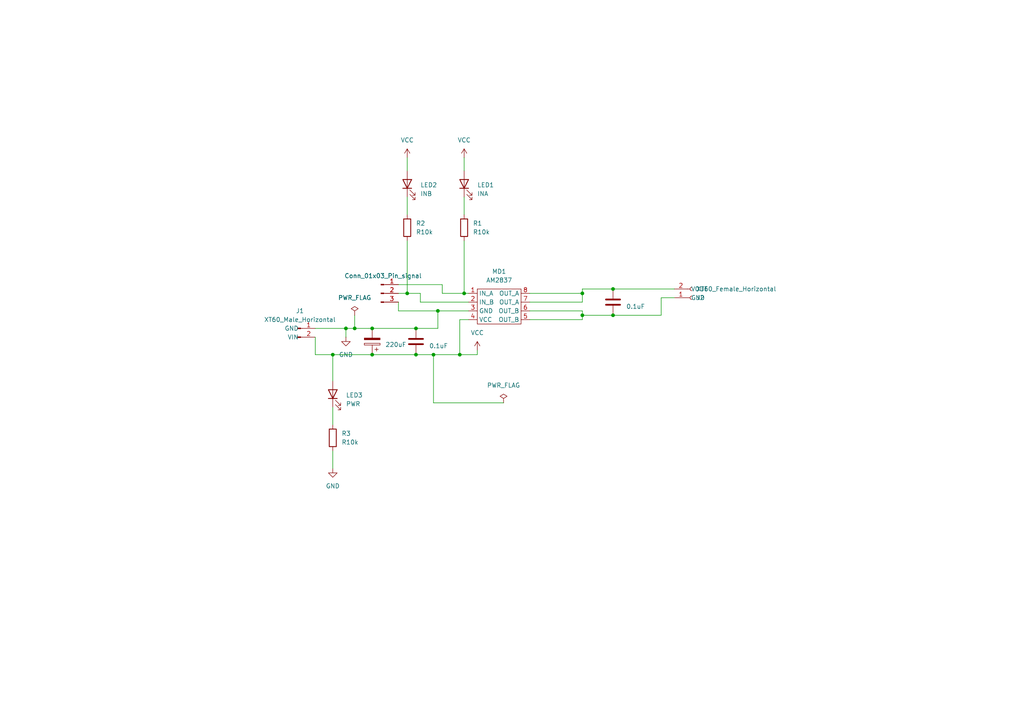
<source format=kicad_sch>
(kicad_sch (version 20231120) (generator "eeschema") (generator_version "8.0")
  (paper "A4")
  (lib_symbols
    (symbol "00_mylib:AM2837"
      (property "Reference" "MD" (at -0.254 6.35 0))
      (property "Value" "AM2837" (at -2.54 6.35 0))
      (symbol "AM2837_0_1"
        (rectangle (start -6.35 5.08) (end 6.35 -5.08))
      )
      (symbol "AM2837_1_1"
        (pin input line (at -8.89 3.81 0) (length 2.54) (name "IN_A") (number "1"))
        (pin input line (at -8.89 1.27 0) (length 2.54) (name "IN_B") (number "2"))
        (pin power_in line (at -8.89 -1.27 0) (length 2.54) (name "GND") (number "3"))
        (pin power_in line (at -8.89 -3.81 0) (length 2.54) (name "VCC") (number "4"))
        (pin power_out line (at 8.89 -3.81 180) (length 2.54) (name "OUT_B") (number "5"))
        (pin power_out line (at 8.89 -1.27 180) (length 2.54) (name "OUT_B") (number "6"))
        (pin power_out line (at 8.89 1.27 180) (length 2.54) (name "OUT_A") (number "7"))
        (pin power_out line (at 8.89 3.81 180) (length 2.54) (name "OUT_A") (number "8"))
      )
    )
    (symbol "00_mylib:C1608" (pin_numbers hide) (pin_names (offset 0.254))
      (property "Reference" "C" (at 0.635 2.54 0))
      (property "Value" "C1608" (at 0.635 -2.54 0))
      (symbol "C1608_0_1"
        (polyline (pts (xy -2.032 -0.762) (xy 2.032 -0.762)) (stroke (width 0.508)))
        (polyline (pts (xy -2.032 0.762) (xy 2.032 0.762)) (stroke (width 0.508)))
      )
      (symbol "C1608_1_1"
        (pin passive line (at 0 3.81 270) (length 2.794) (name "~") (number "1"))
        (pin passive line (at 0 -3.81 90) (length 2.794) (name "~") (number "2"))
      )
    )
    (symbol "00_mylib:C_Polarized_SMD" (pin_numbers hide) (pin_names (offset 0.254))
      (property "Reference" "C" (at 0.635 2.54 0))
      (property "Value" "C_Polarized_SMD_10x10.2" (at 0.635 -2.54 0))
      (symbol "C_Polarized_SMD_0_1"
        (rectangle (start -2.286 0.508) (end 2.286 1.016))
        (polyline (pts (xy -1.778 2.286) (xy -0.762 2.286)))
        (polyline (pts (xy -1.27 2.794) (xy -1.27 1.778)))
        (rectangle (start 2.286 -0.508) (end -2.286 -1.016) (fill (type outline)))
      )
      (symbol "C_Polarized_SMD_1_1"
        (pin passive line (at 0 3.81 270) (length 2.794) (name "~") (number "1"))
        (pin passive line (at 0 -3.81 90) (length 2.794) (name "~") (number "2"))
      )
    )
    (symbol "00_mylib:Conn_01x03_Pin_signal" (pin_names (offset 1.016) hide)
      (property "Value" "Conn_01x03_Pin_signal" (at 0 -5.08 0))
      (symbol "Conn_01x03_Pin_signal_1_1"
        (polyline (pts (xy 1.27 -2.54) (xy 0.8636 -2.54)) (stroke (width 0.1524)))
        (polyline (pts (xy 1.27 0) (xy 0.8636 0)) (stroke (width 0.1524)))
        (polyline (pts (xy 1.27 2.54) (xy 0.8636 2.54)) (stroke (width 0.1524)))
        (rectangle (start 0.8636 -2.413) (end 0 -2.667) (stroke (width 0.1524)) (fill (type outline)))
        (rectangle (start 0.8636 0.127) (end 0 -0.127) (stroke (width 0.1524)) (fill (type outline)))
        (rectangle (start 0.8636 2.667) (end 0 2.413) (stroke (width 0.1524)) (fill (type outline)))
        (pin passive line (at 5.08 2.54 180) (length 3.81) (name "Pin_1") (number "1"))
        (pin passive line (at 5.08 0 180) (length 3.81) (name "Pin_2") (number "2"))
        (pin passive line (at 5.08 -2.54 180) (length 3.81) (name "Pin_3") (number "3"))
      )
    )
    (symbol "00_mylib:LED1608" (pin_numbers hide) (pin_names (offset 1.016) hide)
      (property "Reference" "LED" (at 0 2.54 0))
      (property "Value" "LED1608" (at 0 -2.54 0))
      (symbol "LED1608_0_1"
        (polyline (pts (xy -1.27 -1.27) (xy -1.27 1.27)) (stroke (width 0.254)))
        (polyline (pts (xy -1.27 0) (xy 1.27 0)))
        (polyline (pts (xy 1.27 -1.27) (xy 1.27 1.27) (xy -1.27 0) (xy 1.27 -1.27)) (stroke (width 0.254)))
        (polyline (pts (xy -3.048 -0.762) (xy -4.572 -2.286) (xy -3.81 -2.286) (xy -4.572 -2.286) (xy -4.572 -1.524)))
        (polyline (pts (xy -1.778 -0.762) (xy -3.302 -2.286) (xy -2.54 -2.286) (xy -3.302 -2.286) (xy -3.302 -1.524)))
      )
      (symbol "LED1608_1_1"
        (pin passive line (at -3.81 0 0) (length 2.54) (name "K") (number "1"))
        (pin passive line (at 3.81 0 180) (length 2.54) (name "A") (number "2"))
      )
    )
    (symbol "00_mylib:R1608" (pin_numbers hide) (pin_names (offset 0))
      (property "Reference" "R" (at 2.032 0 90))
      (property "Value" "R1608" (at 0 0 90))
      (symbol "R1608_0_1"
        (rectangle (start -1.016 -2.54) (end 1.016 2.54) (stroke (width 0.254)))
      )
      (symbol "R1608_1_1"
        (pin passive line (at 0 3.81 270) (length 1.27) (name "~") (number "1"))
        (pin passive line (at 0 -3.81 90) (length 1.27) (name "~") (number "2"))
      )
    )
    (symbol "00_mylib:XT60_Female_Horizontal" (pin_names (offset 1.016))
      (property "Reference" "J" (at 0 2.54 0))
      (property "Value" "XT60_Female_Horizontal" (at 0 -5.08 0))
      (symbol "XT60_Female_Horizontal_1_1"
        (arc (start 0 -2.032) (mid -0.5058 -2.54) (end 0 -3.048) (stroke (width 0.1524)))
        (polyline (pts (xy -1.27 -2.54) (xy -0.508 -2.54)) (stroke (width 0.1524)))
        (polyline (pts (xy -1.27 0) (xy -0.508 0)) (stroke (width 0.1524)))
        (arc (start 0 0.508) (mid -0.5058 0) (end 0 -0.508) (stroke (width 0.1524)))
        (pin passive line (at -5.08 0 0) (length 3.81) (name "GND") (number "1"))
        (pin power_in line (at -5.08 -2.54 0) (length 3.81) (name "VOUT") (number "2"))
      )
    )
    (symbol "00_mylib:XT60_Male_Horizontal" (pin_names (offset 1.016))
      (property "Reference" "J" (at 0 2.54 0))
      (property "Value" "XT60_Male_Horizontal" (at 0 -5.08 0))
      (symbol "XT60_Male_Horizontal_1_1"
        (polyline (pts (xy 1.27 -2.54) (xy 0.8636 -2.54)) (stroke (width 0.1524)))
        (polyline (pts (xy 1.27 0) (xy 0.8636 0)) (stroke (width 0.1524)))
        (rectangle (start 0.8636 -2.413) (end 0 -2.667) (stroke (width 0.1524)) (fill (type outline)))
        (rectangle (start 0.8636 0.127) (end 0 -0.127) (stroke (width 0.1524)) (fill (type outline)))
        (pin passive line (at 5.08 0 180) (length 3.81) (name "GND") (number "1"))
        (pin power_out line (at 5.08 -2.54 180) (length 3.81) (name "VIN") (number "2"))
      )
    )
    (symbol "power:GND" (power) (pin_numbers hide) (pin_names (offset 0) hide)
      (property "Value" "GND" (at 0 -3.81 0))
      (symbol "GND_0_1"
        (polyline (pts (xy 0 0) (xy 0 -1.27) (xy 1.27 -1.27) (xy 0 -2.54) (xy -1.27 -1.27) (xy 0 -1.27)))
      )
      (symbol "GND_1_1"
        (pin power_in line (at 0 0 270) (length 0) (name "~") (number "1"))
      )
    )
    (symbol "power:PWR_FLAG" (power) (pin_numbers hide) (pin_names (offset 0) hide)
      (property "Value" "PWR_FLAG" (at 0 3.81 0))
      (symbol "PWR_FLAG_0_0"
        (pin power_out line (at 0 0 90) (length 0) (name "~") (number "1"))
      )
      (symbol "PWR_FLAG_0_1"
        (polyline (pts (xy 0 0) (xy 0 1.27) (xy -1.016 1.905) (xy 0 2.54) (xy 1.016 1.905) (xy 0 1.27)))
      )
    )
    (symbol "power:VCC" (power) (pin_numbers hide) (pin_names (offset 0) hide)
      (property "Value" "VCC" (at 0 3.556 0))
      (symbol "VCC_0_1"
        (polyline (pts (xy -0.762 1.27) (xy 0 2.54)))
        (polyline (pts (xy 0 0) (xy 0 2.54)))
        (polyline (pts (xy 0 2.54) (xy 0.762 1.27)))
      )
      (symbol "VCC_1_1"
        (pin power_in line (at 0 0 90) (length 0) (name "~") (number "1"))
      )
    )
  )
  (junction (at 102.87 95.25))
  (junction (at 177.8 83.82))
  (junction (at 96.52 102.87))
  (junction (at 120.65 95.25))
  (junction (at 127 90.17))
  (junction (at 134.62 85.09))
  (junction (at 107.95 102.87))
  (junction (at 100.33 95.25))
  (junction (at 125.73 102.87))
  (junction (at 133.35 102.87))
  (junction (at 177.8 91.44))
  (junction (at 168.91 91.44))
  (junction (at 107.95 95.25))
  (junction (at 120.65 102.87))
  (junction (at 118.11 85.09))
  (junction (at 168.91 85.09))
  (wire (pts (xy 121.92 85.09) (xy 121.92 87.63)))
  (wire (pts (xy 153.67 92.71) (xy 168.91 92.71)))
  (wire (pts (xy 91.44 97.79) (xy 91.44 102.87)))
  (wire (pts (xy 135.89 92.71) (xy 133.35 92.71)))
  (wire (pts (xy 133.35 92.71) (xy 133.35 102.87)))
  (wire (pts (xy 134.62 69.85) (xy 134.62 85.09)))
  (wire (pts (xy 118.11 45.72) (xy 118.11 49.53)))
  (wire (pts (xy 153.67 90.17) (xy 168.91 90.17)))
  (wire (pts (xy 127 95.25) (xy 127 90.17)))
  (wire (pts (xy 168.91 91.44) (xy 177.8 91.44)))
  (wire (pts (xy 107.95 102.87) (xy 120.65 102.87)))
  (wire (pts (xy 96.52 102.87) (xy 96.52 110.49)))
  (wire (pts (xy 118.11 85.09) (xy 121.92 85.09)))
  (wire (pts (xy 168.91 91.44) (xy 168.91 92.71)))
  (wire (pts (xy 138.43 102.87) (xy 133.35 102.87)))
  (wire (pts (xy 168.91 85.09) (xy 168.91 83.82)))
  (wire (pts (xy 107.95 95.25) (xy 120.65 95.25)))
  (wire (pts (xy 134.62 45.72) (xy 134.62 49.53)))
  (wire (pts (xy 146.05 116.84) (xy 125.73 116.84)))
  (wire (pts (xy 191.77 86.36) (xy 191.77 91.44)))
  (wire (pts (xy 96.52 102.87) (xy 107.95 102.87)))
  (wire (pts (xy 102.87 91.44) (xy 102.87 95.25)))
  (wire (pts (xy 115.57 85.09) (xy 118.11 85.09)))
  (wire (pts (xy 120.65 95.25) (xy 127 95.25)))
  (wire (pts (xy 118.11 57.15) (xy 118.11 62.23)))
  (wire (pts (xy 100.33 95.25) (xy 100.33 97.79)))
  (wire (pts (xy 91.44 95.25) (xy 100.33 95.25)))
  (wire (pts (xy 121.92 87.63) (xy 135.89 87.63)))
  (wire (pts (xy 102.87 95.25) (xy 107.95 95.25)))
  (wire (pts (xy 133.35 102.87) (xy 125.73 102.87)))
  (wire (pts (xy 168.91 83.82) (xy 177.8 83.82)))
  (wire (pts (xy 115.57 90.17) (xy 127 90.17)))
  (wire (pts (xy 153.67 87.63) (xy 168.91 87.63)))
  (wire (pts (xy 191.77 91.44) (xy 177.8 91.44)))
  (wire (pts (xy 134.62 85.09) (xy 135.89 85.09)))
  (wire (pts (xy 168.91 90.17) (xy 168.91 91.44)))
  (wire (pts (xy 138.43 101.6) (xy 138.43 102.87)))
  (wire (pts (xy 134.62 57.15) (xy 134.62 62.23)))
  (wire (pts (xy 118.11 69.85) (xy 118.11 85.09)))
  (wire (pts (xy 115.57 82.55) (xy 128.27 82.55)))
  (wire (pts (xy 128.27 85.09) (xy 134.62 85.09)))
  (wire (pts (xy 177.8 83.82) (xy 195.58 83.82)))
  (wire (pts (xy 153.67 85.09) (xy 168.91 85.09)))
  (wire (pts (xy 96.52 118.11) (xy 96.52 123.19)))
  (wire (pts (xy 168.91 87.63) (xy 168.91 85.09)))
  (wire (pts (xy 195.58 86.36) (xy 191.77 86.36)))
  (wire (pts (xy 100.33 95.25) (xy 102.87 95.25)))
  (wire (pts (xy 125.73 102.87) (xy 120.65 102.87)))
  (wire (pts (xy 128.27 82.55) (xy 128.27 85.09)))
  (wire (pts (xy 127 90.17) (xy 135.89 90.17)))
  (wire (pts (xy 125.73 116.84) (xy 125.73 102.87)))
  (wire (pts (xy 96.52 130.81) (xy 96.52 135.89)))
  (wire (pts (xy 115.57 87.63) (xy 115.57 90.17)))
  (wire (pts (xy 91.44 102.87) (xy 96.52 102.87)))
  (symbol (lib_id "00_mylib:LED1608") (at 96.52 114.3 90) (unit 1)
    (property "Reference" "LED3" (at 100.33 114.6174 90) (effects (justify right)))
    (property "Value" "PWR" (at 100.33 117.1574 90) (effects (justify right)))
    (property "Footprint" "LED_SMD:LED_0603_1608Metric_Pad1.05x0.95mm_HandSolder" (effects (hide yes)))
    (property "Description" "Light emitting diode" (effects (hide yes)))
  )
  (symbol (lib_id "power:PWR_FLAG") (at 146.05 116.84 0) (unit 1)
    (property "Reference" "#FLG01" (effects (hide yes)))
    (property "Value" "PWR_FLAG" (at 146.05 111.76 0))
    (property "Description" "Special symbol for telling ERC where power comes from" (effects (hide yes)))
  )
  (symbol (lib_id "00_mylib:Conn_01x03_Pin_signal") (at 110.49 85.09 0) (unit 1)
    (property "Reference" "J3" (effects (hide yes)))
    (property "Value" "Conn_01x03_Pin_signal" (at 111.125 80.01 0))
    (property "Footprint" "Connector_JST:JST_XH_B3B-XH-A_1x03_P2.50mm_Vertical" (effects (hide yes)))
    (property "Description" "Generic connector, single row, 01x03, script generated" (effects (hide yes)))
  )
  (symbol (lib_id "00_mylib:C_Polarized_SMD") (at 107.95 99.06 180) (unit 1)
    (property "Reference" "C1" (effects (hide yes)))
    (property "Value" "220uF" (at 111.76 99.9489 0) (effects (justify right)))
    (property "Footprint" "Capacitor_SMD:C_Elec_10x10.2" (effects (hide yes)))
    (property "Datasheet" "https://akizukidenshi.com/goodsaffix/nichicon_UR_series.pdf" (effects (hide yes)))
    (property "Description" "Polarized capacitor" (effects (hide yes)))
  )
  (symbol (lib_id "00_mylib:C1608") (at 120.65 99.06 0) (unit 1)
    (property "Reference" "C2" (effects (hide yes)))
    (property "Value" "0.1uF" (at 124.46 100.3299 0) (effects (justify left)))
    (property "Footprint" "Capacitor_SMD:C_0603_1608Metric_Pad1.08x0.95mm_HandSolder" (effects (hide yes)))
    (property "Description" "Unpolarized capacitor" (effects (hide yes)))
  )
  (symbol (lib_id "power:GND") (at 100.33 97.79 0) (unit 1)
    (property "Reference" "#PWR01" (effects (hide yes)))
    (property "Value" "GND" (at 100.33 102.87 0))
    (property "Description" "Power symbol creates a global label with name \"GND\" , ground" (effects (hide yes)))
  )
  (symbol (lib_id "power:VCC") (at 118.11 45.72 0) (unit 1)
    (property "Reference" "#PWR04" (effects (hide yes)))
    (property "Value" "VCC" (at 118.11 40.64 0))
    (property "Description" "Power symbol creates a global label with name \"VCC\"" (effects (hide yes)))
  )
  (symbol (lib_id "power:PWR_FLAG") (at 102.87 91.44 0) (unit 1)
    (property "Reference" "#FLG02" (effects (hide yes)))
    (property "Value" "PWR_FLAG" (at 102.87 86.36 0))
    (property "Description" "Special symbol for telling ERC where power comes from" (effects (hide yes)))
  )
  (symbol (lib_id "00_mylib:XT60_Male_Horizontal") (at 86.36 95.25 0) (unit 1)
    (property "Reference" "J1" (at 86.995 90.17 0))
    (property "Value" "XT60_Male_Horizontal" (at 86.995 92.71 0))
    (property "Footprint" "Connector_AMASS:AMASS_XT60PW-M_1x02_P7.20mm_Horizontal" (effects (hide yes)))
    (property "Description" "Generic connector, single row, 01x02, script generated" (effects (hide yes)))
  )
  (symbol (lib_id "00_mylib:LED1608") (at 134.62 53.34 90) (unit 1)
    (property "Reference" "LED1" (at 138.43 53.6574 90) (effects (justify right)))
    (property "Value" "INA" (at 138.43 56.1974 90) (effects (justify right)))
    (property "Footprint" "LED_SMD:LED_0603_1608Metric_Pad1.05x0.95mm_HandSolder" (effects (hide yes)))
    (property "Description" "Light emitting diode" (effects (hide yes)))
  )
  (symbol (lib_id "00_mylib:C1608") (at 177.8 87.63 0) (unit 1)
    (property "Reference" "C3" (effects (hide yes)))
    (property "Value" "0.1uF" (at 181.61 88.8999 0) (effects (justify left)))
    (property "Footprint" "Capacitor_SMD:C_0603_1608Metric_Pad1.08x0.95mm_HandSolder" (effects (hide yes)))
    (property "Description" "Unpolarized capacitor" (effects (hide yes)))
  )
  (symbol (lib_id "00_mylib:AM2837") (at 144.78 88.9 0) (unit 1)
    (property "Reference" "MD1" (at 144.78 78.74 0))
    (property "Value" "AM2837" (at 144.78 81.28 0))
    (property "Footprint" "Package_SO:SOP-8_3.9x4.9mm_P1.27mm" (effects (hide yes)))
    (property "Datasheet" "https://akizukidenshi.com/goodsaffix/AM2837.pdf" (effects (hide yes)))
  )
  (symbol (lib_id "00_mylib:LED1608") (at 118.11 53.34 90) (unit 1)
    (property "Reference" "LED2" (at 121.92 53.6574 90) (effects (justify right)))
    (property "Value" "INB" (at 121.92 56.1974 90) (effects (justify right)))
    (property "Footprint" "LED_SMD:LED_0603_1608Metric_Pad1.05x0.95mm_HandSolder" (effects (hide yes)))
    (property "Description" "Light emitting diode" (effects (hide yes)))
  )
  (symbol (lib_id "00_mylib:XT60_Female_Horizontal") (at 200.66 86.36 0) (mirror x) (unit 1)
    (property "Reference" "J2" (at 201.93 86.3601 0) (effects (justify left)))
    (property "Value" "XT60_Female_Horizontal" (at 201.93 83.8201 0) (effects (justify left)))
    (property "Footprint" "Connector_AMASS:AMASS_XT60PW-F_1x02_P7.20mm_Horizontal" (effects (hide yes)))
    (property "Description" "Generic connector, single row, 01x02, script generated" (effects (hide yes)))
  )
  (symbol (lib_id "00_mylib:R1608") (at 118.11 66.04 0) (unit 1)
    (property "Reference" "R2" (at 120.65 64.7699 0) (effects (justify left)))
    (property "Value" "R10k" (at 120.65 67.3099 0) (effects (justify left)))
    (property "Footprint" "Resistor_SMD:R_0603_1608Metric_Pad0.98x0.95mm_HandSolder" (effects (hide yes)))
    (property "Description" "Resistor" (effects (hide yes)))
  )
  (symbol (lib_id "00_mylib:R1608") (at 134.62 66.04 0) (unit 1)
    (property "Reference" "R1" (at 137.16 64.7699 0) (effects (justify left)))
    (property "Value" "R10k" (at 137.16 67.3099 0) (effects (justify left)))
    (property "Footprint" "Resistor_SMD:R_0603_1608Metric_Pad0.98x0.95mm_HandSolder" (effects (hide yes)))
    (property "Description" "Resistor" (effects (hide yes)))
  )
  (symbol (lib_id "power:VCC") (at 134.62 45.72 0) (unit 1)
    (property "Reference" "#PWR03" (effects (hide yes)))
    (property "Value" "VCC" (at 134.62 40.64 0))
    (property "Description" "Power symbol creates a global label with name \"VCC\"" (effects (hide yes)))
  )
  (symbol (lib_id "00_mylib:R1608") (at 96.52 127 0) (unit 1)
    (property "Reference" "R3" (at 99.06 125.7299 0) (effects (justify left)))
    (property "Value" "R10k" (at 99.06 128.2699 0) (effects (justify left)))
    (property "Footprint" "Resistor_SMD:R_0603_1608Metric_Pad0.98x0.95mm_HandSolder" (effects (hide yes)))
    (property "Description" "Resistor" (effects (hide yes)))
  )
  (symbol (lib_id "power:VCC") (at 138.43 101.6 0) (unit 1)
    (property "Reference" "#PWR02" (effects (hide yes)))
    (property "Value" "VCC" (at 138.43 96.52 0))
    (property "Description" "Power symbol creates a global label with name \"VCC\"" (effects (hide yes)))
  )
  (symbol (lib_id "power:GND") (at 96.52 135.89 0) (unit 1)
    (property "Reference" "#PWR05" (effects (hide yes)))
    (property "Value" "GND" (at 96.52 140.97 0))
    (property "Description" "Power symbol creates a global label with name \"GND\" , ground" (effects (hide yes)))
  )
)
</source>
